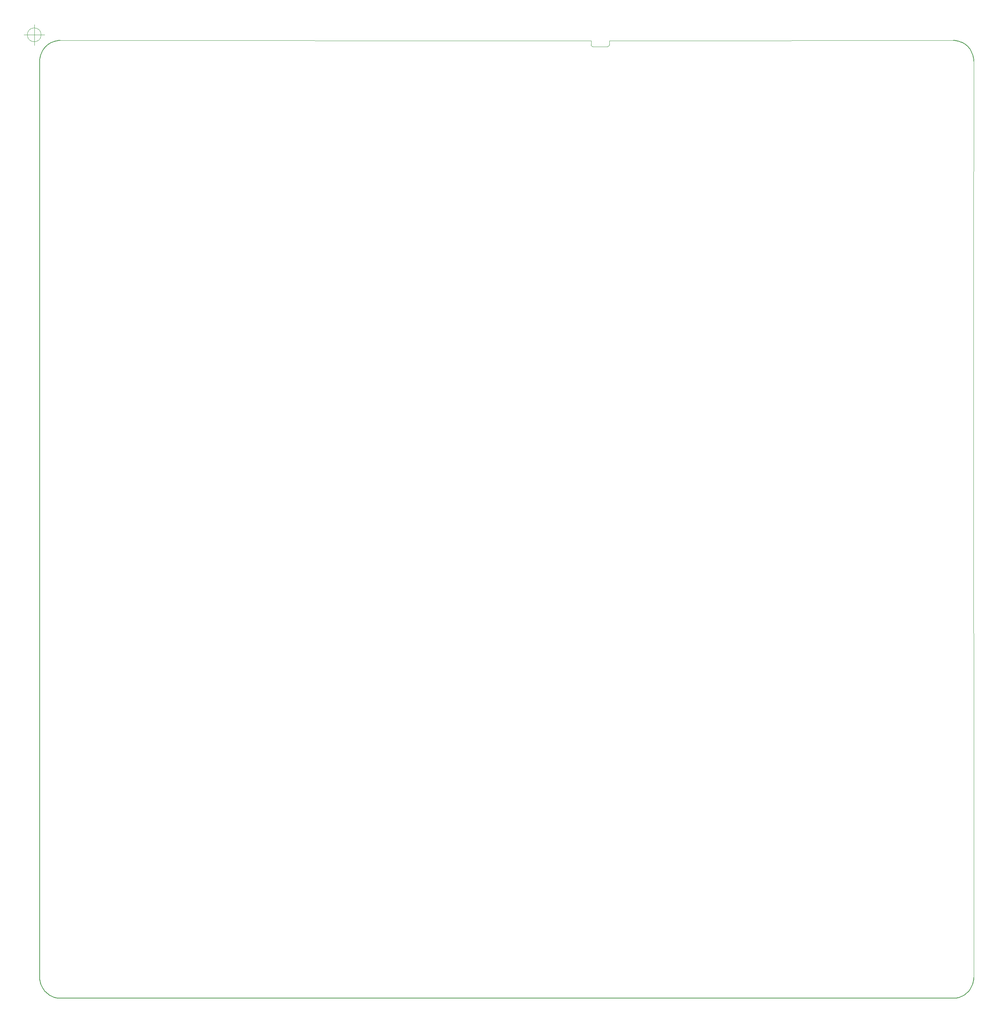
<source format=gbr>
%TF.GenerationSoftware,KiCad,Pcbnew,6.0.9-8da3e8f707~116~ubuntu20.04.1*%
%TF.CreationDate,2022-11-05T13:47:39+01:00*%
%TF.ProjectId,98keys-left,39386b65-7973-42d6-9c65-66742e6b6963,rev?*%
%TF.SameCoordinates,Original*%
%TF.FileFunction,Profile,NP*%
%FSLAX46Y46*%
G04 Gerber Fmt 4.6, Leading zero omitted, Abs format (unit mm)*
G04 Created by KiCad (PCBNEW 6.0.9-8da3e8f707~116~ubuntu20.04.1) date 2022-11-05 13:47:39*
%MOMM*%
%LPD*%
G01*
G04 APERTURE LIST*
%TA.AperFunction,Profile*%
%ADD10C,0.050000*%
%TD*%
%TA.AperFunction,Profile*%
%ADD11C,0.200000*%
%TD*%
%TA.AperFunction,Profile*%
%ADD12C,0.120000*%
%TD*%
G04 APERTURE END LIST*
D10*
X149000000Y-43449000D02*
X25335980Y-43340000D01*
X240598000Y-43340000D02*
X162000000Y-43449000D01*
X245551000Y-102000000D02*
X245599000Y-269424930D01*
X245599000Y-48341000D02*
X245551000Y-102000000D01*
D11*
X245599000Y-269424930D02*
X245584000Y-269817680D01*
X20879410Y-46070000D02*
X21070957Y-45727000D01*
X23064980Y-273880140D02*
X22721850Y-273688592D01*
X22087950Y-273226950D02*
X21799940Y-272960990D01*
X21290060Y-272364300D02*
X21070957Y-272037700D01*
X244644000Y-45401000D02*
X244862000Y-45727000D01*
X243846000Y-273226950D02*
X243537000Y-273470860D01*
X243211000Y-273688592D02*
X242869000Y-273880140D01*
X20578998Y-270969710D02*
X20472888Y-270592130D01*
X20715424Y-271339040D02*
X20578998Y-270969710D01*
X22087950Y-44537000D02*
X22396630Y-44295000D01*
X21290060Y-45401000D02*
X21532600Y-45093000D01*
X245217000Y-46427000D02*
X245353000Y-46794000D01*
X240991000Y-274410685D02*
X240598000Y-274425843D01*
X23789830Y-274180551D02*
X23421890Y-274045504D01*
X20350243Y-269817680D02*
X20335084Y-269424930D01*
X241381000Y-43402000D02*
X241765000Y-43478000D01*
X241765000Y-274286660D02*
X241381000Y-274363832D01*
X242869000Y-273880140D02*
X242512000Y-274045504D01*
X243211000Y-44076000D02*
X243537000Y-44295000D01*
X242512000Y-43720000D02*
X242869000Y-43884000D01*
X20397097Y-270207680D02*
X20350243Y-269817680D01*
X22396630Y-273470860D02*
X22087950Y-273226950D01*
X21532600Y-45093000D02*
X21799940Y-44805000D01*
X244400000Y-272671600D02*
X244134000Y-272960990D01*
X245217000Y-271339040D02*
X245053000Y-271695950D01*
X244400000Y-45093000D02*
X244644000Y-45401000D01*
X24551900Y-43402000D02*
X24941860Y-43355000D01*
X241381000Y-274363832D02*
X240991000Y-274410685D01*
X21532600Y-272671600D02*
X21290060Y-272364300D01*
X244862000Y-272037700D02*
X244644000Y-272364300D01*
X21070957Y-45727000D02*
X21290060Y-45401000D01*
X243537000Y-273470860D02*
X243211000Y-273688592D01*
X245584000Y-47947000D02*
X245599000Y-48341000D01*
X23789830Y-43584000D02*
X24167400Y-43478000D01*
X20350243Y-47947000D02*
X20397097Y-47557000D01*
X20578998Y-46794000D02*
X20715424Y-46427000D01*
X20879410Y-271695950D02*
X20715424Y-271339040D01*
X20335084Y-48341000D02*
X20350243Y-47947000D01*
X21799940Y-272960990D02*
X21532600Y-272671600D01*
X240991000Y-43355000D02*
X241381000Y-43402000D01*
X242512000Y-274045504D02*
X242144000Y-274180551D01*
X24167400Y-43478000D02*
X24551900Y-43402000D01*
X244134000Y-272960990D02*
X243846000Y-273226950D01*
X245461000Y-47172000D02*
X245537000Y-47557000D01*
X24941860Y-274410685D02*
X24551900Y-274363832D01*
X21799940Y-44805000D02*
X22087950Y-44537000D01*
X243537000Y-44295000D02*
X243846000Y-44537000D01*
X245053000Y-271695950D02*
X244862000Y-272037700D01*
X20397097Y-47557000D02*
X20472888Y-47172000D01*
X20335084Y-269424930D02*
X20335084Y-48341000D01*
X20715424Y-46427000D02*
X20879410Y-46070000D01*
X24941860Y-43355000D02*
X25335980Y-43340000D01*
X20472888Y-47172000D02*
X20578998Y-46794000D01*
X242869000Y-43884000D02*
X243211000Y-44076000D01*
X20472888Y-270592130D02*
X20397097Y-270207680D01*
X21070957Y-272037700D02*
X20879410Y-271695950D01*
X245353000Y-46794000D02*
X245461000Y-47172000D01*
X23064980Y-43884000D02*
X23421890Y-43720000D01*
X22396630Y-44295000D02*
X22721850Y-44076000D01*
X245537000Y-47557000D02*
X245584000Y-47947000D01*
X242144000Y-274180551D02*
X241765000Y-274286660D01*
X242144000Y-43584000D02*
X242512000Y-43720000D01*
X24551900Y-274363832D02*
X24167400Y-274286660D01*
X22721850Y-44076000D02*
X23064980Y-43884000D01*
X245353000Y-270969710D02*
X245217000Y-271339040D01*
X22721850Y-273688592D02*
X22396630Y-273470860D01*
X244134000Y-44805000D02*
X244400000Y-45093000D01*
X244644000Y-272364300D02*
X244400000Y-272671600D01*
X241765000Y-43478000D02*
X242144000Y-43584000D01*
X244862000Y-45727000D02*
X245053000Y-46070000D01*
X240598000Y-43340000D02*
X240991000Y-43355000D01*
X25335980Y-274425843D02*
X24941860Y-274410685D01*
X24167400Y-274286660D02*
X23789830Y-274180551D01*
X245584000Y-269817680D02*
X245537000Y-270207680D01*
X245461000Y-270592130D02*
X245353000Y-270969710D01*
X240598000Y-274425843D02*
X25335980Y-274425843D01*
X245053000Y-46070000D02*
X245217000Y-46427000D01*
X23421890Y-43720000D02*
X23789830Y-43584000D01*
X23421890Y-274045504D02*
X23064980Y-273880140D01*
X245537000Y-270207680D02*
X245461000Y-270592130D01*
X243846000Y-44537000D02*
X244134000Y-44805000D01*
D10*
X20666666Y-42000000D02*
G75*
G03*
X20666666Y-42000000I-1666666J0D01*
G01*
X16500000Y-42000000D02*
X21500000Y-42000000D01*
X19000000Y-39500000D02*
X19000000Y-44500000D01*
D12*
%TO.C,J1*%
X153300000Y-44449000D02*
G75*
G03*
X153700000Y-44849000I400000J0D01*
G01*
X157300000Y-44849000D02*
G75*
G03*
X157700000Y-44449000I-2J400002D01*
G01*
X153300000Y-44449000D02*
X153300000Y-43449000D01*
X153300000Y-43449000D02*
X149000000Y-43449000D01*
X157700000Y-43449000D02*
X162000000Y-43449000D01*
X153700000Y-44849000D02*
X157300000Y-44849000D01*
X157700000Y-44449000D02*
X157700000Y-43449000D01*
%TD*%
M02*

</source>
